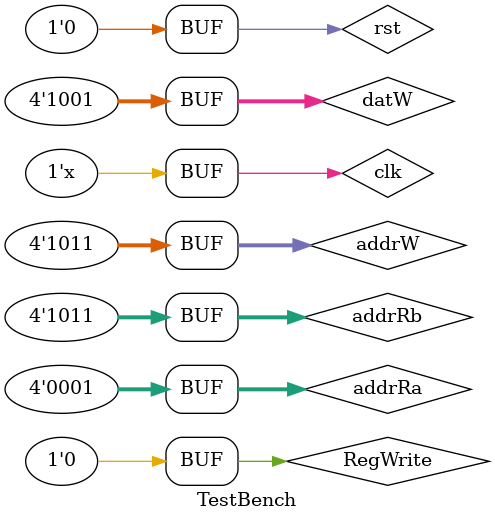
<source format=v>
`timescale 1ns / 1ps



module TestBench;

	// Inputs
	reg [3:0] addrRa;
	reg [3:0] addrRb;
	reg [3:0] addrW;
	reg [3:0] datW;
	reg RegWrite;
	reg clk;
	reg rst;

	// Outputs
	wire [3:0] datOutRa;
	wire [3:0] datOutRb;
	wire [0:6] sseg;
	wire [1:0] an;

	// Instantiate the Unit Under Test (UUT)
	display uut (
		.addrRa(addrRa), 
		.addrRb(addrRb), 
		.datOutRa(datOutRa), 
		.datOutRb(datOutRb), 
		.addrW(addrW), 
		.datW(datW), 
		.RegWrite(RegWrite), 
		.clk(clk), 
		.rst(rst),
		.sseg(sseg),
		.an(an)
		
	);

	initial begin
		// Initialize Inputs
		addrRa = 0;
		addrRb = 0;
		addrW = 0;
		datW = 0;
		RegWrite = 0;
		clk = 0;
		rst = 1;

		// Wait 100 ns for global reset to finish
		#100;
		
		rst = 0;
		
		datW=9;
		RegWrite=1;
		addrW = 11;
		
		#10;
		RegWrite=0;
		
		addrRa = 1;
		addrRb = 11;
		
//		#100;
		
//		rst = 1;
		
	end
	
	
	always #1 clk = ~clk;
      
endmodule


</source>
